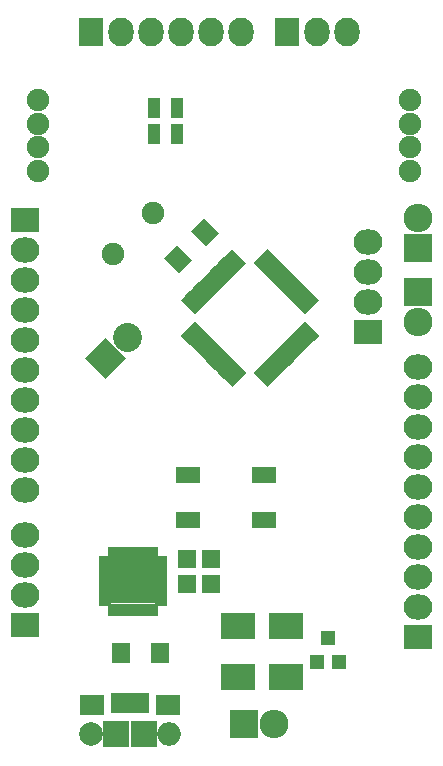
<source format=gbr>
G04 #@! TF.FileFunction,Soldermask,Top*
%FSLAX46Y46*%
G04 Gerber Fmt 4.6, Leading zero omitted, Abs format (unit mm)*
G04 Created by KiCad (PCBNEW 4.0.1-2.201512121406+6195~38~ubuntu14.04.1-stable) date Sun 27 Dec 2015 07:04:44 PM CET*
%MOMM*%
G01*
G04 APERTURE LIST*
%ADD10C,0.100000*%
%ADD11R,2.899360X2.200860*%
%ADD12R,1.598880X1.598880*%
%ADD13R,1.550620X1.799540*%
%ADD14R,2.432000X2.127200*%
%ADD15O,2.432000X2.127200*%
%ADD16R,2.432000X2.432000*%
%ADD17O,2.432000X2.432000*%
%ADD18R,2.127200X2.432000*%
%ADD19O,2.127200X2.432000*%
%ADD20C,1.900000*%
%ADD21R,0.800000X1.750000*%
%ADD22R,2.000000X1.800000*%
%ADD23R,2.300000X2.300000*%
%ADD24C,2.000000*%
%ADD25O,2.000000X2.000000*%
%ADD26R,1.100000X0.650000*%
%ADD27R,0.650000X1.100000*%
%ADD28R,2.125000X2.125000*%
%ADD29R,1.200100X1.200100*%
%ADD30C,1.901140*%
%ADD31C,2.432000*%
%ADD32R,2.000000X1.400000*%
%ADD33R,1.100000X1.700000*%
G04 APERTURE END LIST*
D10*
D11*
X96807020Y-133350000D03*
X100804980Y-133350000D03*
X96807020Y-129032000D03*
X100804980Y-129032000D03*
D12*
X94521020Y-123317000D03*
X92422980Y-123317000D03*
X94521020Y-125476000D03*
X92422980Y-125476000D03*
D10*
G36*
X91599520Y-96789813D02*
X92871987Y-98062280D01*
X91775534Y-99158733D01*
X90503067Y-97886266D01*
X91599520Y-96789813D01*
X91599520Y-96789813D01*
G37*
G36*
X93898466Y-94490867D02*
X95170933Y-95763334D01*
X94074480Y-96859787D01*
X92802013Y-95587320D01*
X93898466Y-94490867D01*
X93898466Y-94490867D01*
G37*
D13*
X90144600Y-131318000D03*
X86893400Y-131318000D03*
D14*
X112014000Y-129921000D03*
D15*
X112014000Y-127381000D03*
X112014000Y-124841000D03*
X112014000Y-122301000D03*
X112014000Y-119761000D03*
X112014000Y-117221000D03*
X112014000Y-114681000D03*
X112014000Y-112141000D03*
X112014000Y-109601000D03*
X112014000Y-107061000D03*
D14*
X78740000Y-94615000D03*
D15*
X78740000Y-97155000D03*
X78740000Y-99695000D03*
X78740000Y-102235000D03*
X78740000Y-104775000D03*
X78740000Y-107315000D03*
X78740000Y-109855000D03*
X78740000Y-112395000D03*
X78740000Y-114935000D03*
X78740000Y-117475000D03*
D14*
X107746800Y-104165400D03*
D15*
X107746800Y-101625400D03*
X107746800Y-99085400D03*
X107746800Y-96545400D03*
D16*
X112014000Y-100711000D03*
D17*
X112014000Y-103251000D03*
D14*
X78740000Y-128905000D03*
D15*
X78740000Y-126365000D03*
X78740000Y-123825000D03*
X78740000Y-121285000D03*
D16*
X112014000Y-97028000D03*
D17*
X112014000Y-94488000D03*
D18*
X84328000Y-78740000D03*
D19*
X86868000Y-78740000D03*
X89408000Y-78740000D03*
X91948000Y-78740000D03*
X94488000Y-78740000D03*
X97028000Y-78740000D03*
D20*
X111379000Y-90501000D03*
X111379000Y-88501000D03*
X111379000Y-86501000D03*
X111379000Y-84501000D03*
X79883000Y-84505000D03*
X79883000Y-86505000D03*
X79883000Y-88505000D03*
X79883000Y-90505000D03*
D18*
X100965000Y-78740000D03*
D19*
X103505000Y-78740000D03*
X106045000Y-78740000D03*
D21*
X86330000Y-135526000D03*
X88280000Y-135526000D03*
X87630000Y-135526000D03*
X86980000Y-135526000D03*
X88930000Y-135526000D03*
D22*
X84430000Y-135726000D03*
X90830000Y-135726000D03*
D23*
X86430000Y-138176000D03*
X88830000Y-138176000D03*
D24*
X84330000Y-138176000D03*
D25*
X90930000Y-138176000D03*
D16*
X97282000Y-137287000D03*
D17*
X99822000Y-137287000D03*
D10*
G36*
X95827779Y-97529111D02*
X96287398Y-97069492D01*
X97489479Y-98271573D01*
X97029860Y-98731192D01*
X95827779Y-97529111D01*
X95827779Y-97529111D01*
G37*
G36*
X95474226Y-97882664D02*
X95933845Y-97423045D01*
X97135926Y-98625126D01*
X96676307Y-99084745D01*
X95474226Y-97882664D01*
X95474226Y-97882664D01*
G37*
G36*
X95120672Y-98236218D02*
X95580291Y-97776599D01*
X96782372Y-98978680D01*
X96322753Y-99438299D01*
X95120672Y-98236218D01*
X95120672Y-98236218D01*
G37*
G36*
X94767119Y-98589771D02*
X95226738Y-98130152D01*
X96428819Y-99332233D01*
X95969200Y-99791852D01*
X94767119Y-98589771D01*
X94767119Y-98589771D01*
G37*
G36*
X94413566Y-98943324D02*
X94873185Y-98483705D01*
X96075266Y-99685786D01*
X95615647Y-100145405D01*
X94413566Y-98943324D01*
X94413566Y-98943324D01*
G37*
G36*
X94060012Y-99296878D02*
X94519631Y-98837259D01*
X95721712Y-100039340D01*
X95262093Y-100498959D01*
X94060012Y-99296878D01*
X94060012Y-99296878D01*
G37*
G36*
X93706459Y-99650431D02*
X94166078Y-99190812D01*
X95368159Y-100392893D01*
X94908540Y-100852512D01*
X93706459Y-99650431D01*
X93706459Y-99650431D01*
G37*
G36*
X93352905Y-100003985D02*
X93812524Y-99544366D01*
X95014605Y-100746447D01*
X94554986Y-101206066D01*
X93352905Y-100003985D01*
X93352905Y-100003985D01*
G37*
G36*
X92999352Y-100357538D02*
X93458971Y-99897919D01*
X94661052Y-101100000D01*
X94201433Y-101559619D01*
X92999352Y-100357538D01*
X92999352Y-100357538D01*
G37*
G36*
X92645799Y-100711091D02*
X93105418Y-100251472D01*
X94307499Y-101453553D01*
X93847880Y-101913172D01*
X92645799Y-100711091D01*
X92645799Y-100711091D01*
G37*
G36*
X92292245Y-101064645D02*
X92751864Y-100605026D01*
X93953945Y-101807107D01*
X93494326Y-102266726D01*
X92292245Y-101064645D01*
X92292245Y-101064645D01*
G37*
G36*
X91938692Y-101418198D02*
X92398311Y-100958579D01*
X93600392Y-102160660D01*
X93140773Y-102620279D01*
X91938692Y-101418198D01*
X91938692Y-101418198D01*
G37*
G36*
X92398311Y-104883021D02*
X91938692Y-104423402D01*
X93140773Y-103221321D01*
X93600392Y-103680940D01*
X92398311Y-104883021D01*
X92398311Y-104883021D01*
G37*
G36*
X92751864Y-105236574D02*
X92292245Y-104776955D01*
X93494326Y-103574874D01*
X93953945Y-104034493D01*
X92751864Y-105236574D01*
X92751864Y-105236574D01*
G37*
G36*
X93105418Y-105590128D02*
X92645799Y-105130509D01*
X93847880Y-103928428D01*
X94307499Y-104388047D01*
X93105418Y-105590128D01*
X93105418Y-105590128D01*
G37*
G36*
X93458971Y-105943681D02*
X92999352Y-105484062D01*
X94201433Y-104281981D01*
X94661052Y-104741600D01*
X93458971Y-105943681D01*
X93458971Y-105943681D01*
G37*
G36*
X93812524Y-106297234D02*
X93352905Y-105837615D01*
X94554986Y-104635534D01*
X95014605Y-105095153D01*
X93812524Y-106297234D01*
X93812524Y-106297234D01*
G37*
G36*
X94166078Y-106650788D02*
X93706459Y-106191169D01*
X94908540Y-104989088D01*
X95368159Y-105448707D01*
X94166078Y-106650788D01*
X94166078Y-106650788D01*
G37*
G36*
X94519631Y-107004341D02*
X94060012Y-106544722D01*
X95262093Y-105342641D01*
X95721712Y-105802260D01*
X94519631Y-107004341D01*
X94519631Y-107004341D01*
G37*
G36*
X94873185Y-107357895D02*
X94413566Y-106898276D01*
X95615647Y-105696195D01*
X96075266Y-106155814D01*
X94873185Y-107357895D01*
X94873185Y-107357895D01*
G37*
G36*
X95226738Y-107711448D02*
X94767119Y-107251829D01*
X95969200Y-106049748D01*
X96428819Y-106509367D01*
X95226738Y-107711448D01*
X95226738Y-107711448D01*
G37*
G36*
X95580291Y-108065001D02*
X95120672Y-107605382D01*
X96322753Y-106403301D01*
X96782372Y-106862920D01*
X95580291Y-108065001D01*
X95580291Y-108065001D01*
G37*
G36*
X95933845Y-108418555D02*
X95474226Y-107958936D01*
X96676307Y-106756855D01*
X97135926Y-107216474D01*
X95933845Y-108418555D01*
X95933845Y-108418555D01*
G37*
G36*
X96287398Y-108772108D02*
X95827779Y-108312489D01*
X97029860Y-107110408D01*
X97489479Y-107570027D01*
X96287398Y-108772108D01*
X96287398Y-108772108D01*
G37*
G36*
X98090521Y-107570027D02*
X98550140Y-107110408D01*
X99752221Y-108312489D01*
X99292602Y-108772108D01*
X98090521Y-107570027D01*
X98090521Y-107570027D01*
G37*
G36*
X98444074Y-107216474D02*
X98903693Y-106756855D01*
X100105774Y-107958936D01*
X99646155Y-108418555D01*
X98444074Y-107216474D01*
X98444074Y-107216474D01*
G37*
G36*
X98797628Y-106862920D02*
X99257247Y-106403301D01*
X100459328Y-107605382D01*
X99999709Y-108065001D01*
X98797628Y-106862920D01*
X98797628Y-106862920D01*
G37*
G36*
X99151181Y-106509367D02*
X99610800Y-106049748D01*
X100812881Y-107251829D01*
X100353262Y-107711448D01*
X99151181Y-106509367D01*
X99151181Y-106509367D01*
G37*
G36*
X99504734Y-106155814D02*
X99964353Y-105696195D01*
X101166434Y-106898276D01*
X100706815Y-107357895D01*
X99504734Y-106155814D01*
X99504734Y-106155814D01*
G37*
G36*
X99858288Y-105802260D02*
X100317907Y-105342641D01*
X101519988Y-106544722D01*
X101060369Y-107004341D01*
X99858288Y-105802260D01*
X99858288Y-105802260D01*
G37*
G36*
X100211841Y-105448707D02*
X100671460Y-104989088D01*
X101873541Y-106191169D01*
X101413922Y-106650788D01*
X100211841Y-105448707D01*
X100211841Y-105448707D01*
G37*
G36*
X100565395Y-105095153D02*
X101025014Y-104635534D01*
X102227095Y-105837615D01*
X101767476Y-106297234D01*
X100565395Y-105095153D01*
X100565395Y-105095153D01*
G37*
G36*
X100918948Y-104741600D02*
X101378567Y-104281981D01*
X102580648Y-105484062D01*
X102121029Y-105943681D01*
X100918948Y-104741600D01*
X100918948Y-104741600D01*
G37*
G36*
X101272501Y-104388047D02*
X101732120Y-103928428D01*
X102934201Y-105130509D01*
X102474582Y-105590128D01*
X101272501Y-104388047D01*
X101272501Y-104388047D01*
G37*
G36*
X101626055Y-104034493D02*
X102085674Y-103574874D01*
X103287755Y-104776955D01*
X102828136Y-105236574D01*
X101626055Y-104034493D01*
X101626055Y-104034493D01*
G37*
G36*
X101979608Y-103680940D02*
X102439227Y-103221321D01*
X103641308Y-104423402D01*
X103181689Y-104883021D01*
X101979608Y-103680940D01*
X101979608Y-103680940D01*
G37*
G36*
X102439227Y-102620279D02*
X101979608Y-102160660D01*
X103181689Y-100958579D01*
X103641308Y-101418198D01*
X102439227Y-102620279D01*
X102439227Y-102620279D01*
G37*
G36*
X102085674Y-102266726D02*
X101626055Y-101807107D01*
X102828136Y-100605026D01*
X103287755Y-101064645D01*
X102085674Y-102266726D01*
X102085674Y-102266726D01*
G37*
G36*
X101732120Y-101913172D02*
X101272501Y-101453553D01*
X102474582Y-100251472D01*
X102934201Y-100711091D01*
X101732120Y-101913172D01*
X101732120Y-101913172D01*
G37*
G36*
X101378567Y-101559619D02*
X100918948Y-101100000D01*
X102121029Y-99897919D01*
X102580648Y-100357538D01*
X101378567Y-101559619D01*
X101378567Y-101559619D01*
G37*
G36*
X101025014Y-101206066D02*
X100565395Y-100746447D01*
X101767476Y-99544366D01*
X102227095Y-100003985D01*
X101025014Y-101206066D01*
X101025014Y-101206066D01*
G37*
G36*
X100671460Y-100852512D02*
X100211841Y-100392893D01*
X101413922Y-99190812D01*
X101873541Y-99650431D01*
X100671460Y-100852512D01*
X100671460Y-100852512D01*
G37*
G36*
X100317907Y-100498959D02*
X99858288Y-100039340D01*
X101060369Y-98837259D01*
X101519988Y-99296878D01*
X100317907Y-100498959D01*
X100317907Y-100498959D01*
G37*
G36*
X99964353Y-100145405D02*
X99504734Y-99685786D01*
X100706815Y-98483705D01*
X101166434Y-98943324D01*
X99964353Y-100145405D01*
X99964353Y-100145405D01*
G37*
G36*
X99610800Y-99791852D02*
X99151181Y-99332233D01*
X100353262Y-98130152D01*
X100812881Y-98589771D01*
X99610800Y-99791852D01*
X99610800Y-99791852D01*
G37*
G36*
X99257247Y-99438299D02*
X98797628Y-98978680D01*
X99999709Y-97776599D01*
X100459328Y-98236218D01*
X99257247Y-99438299D01*
X99257247Y-99438299D01*
G37*
G36*
X98903693Y-99084745D02*
X98444074Y-98625126D01*
X99646155Y-97423045D01*
X100105774Y-97882664D01*
X98903693Y-99084745D01*
X98903693Y-99084745D01*
G37*
G36*
X98550140Y-98731192D02*
X98090521Y-98271573D01*
X99292602Y-97069492D01*
X99752221Y-97529111D01*
X98550140Y-98731192D01*
X98550140Y-98731192D01*
G37*
D26*
X85484000Y-123472000D03*
X85484000Y-123972000D03*
X85484000Y-124472000D03*
X85484000Y-124972000D03*
X85484000Y-125472000D03*
X85484000Y-125972000D03*
X85484000Y-126472000D03*
X85484000Y-126972000D03*
D27*
X86134000Y-127622000D03*
X86634000Y-127622000D03*
X87134000Y-127622000D03*
X87634000Y-127622000D03*
X88134000Y-127622000D03*
X88634000Y-127622000D03*
X89134000Y-127622000D03*
X89634000Y-127622000D03*
D26*
X90284000Y-126972000D03*
X90284000Y-126472000D03*
X90284000Y-125972000D03*
X90284000Y-125472000D03*
X90284000Y-124972000D03*
X90284000Y-124472000D03*
X90284000Y-123972000D03*
X90284000Y-123472000D03*
D27*
X89634000Y-122822000D03*
X89134000Y-122822000D03*
X88634000Y-122822000D03*
X88134000Y-122822000D03*
X87634000Y-122822000D03*
X87134000Y-122822000D03*
X86634000Y-122822000D03*
X86134000Y-122822000D03*
D28*
X88746500Y-126084500D03*
X88746500Y-124359500D03*
X87021500Y-126084500D03*
X87021500Y-124359500D03*
D29*
X103444000Y-132064760D03*
X105344000Y-132064760D03*
X104394000Y-130065780D03*
D30*
X89610005Y-94082795D03*
X86157995Y-97534805D03*
D10*
G36*
X87292284Y-106349800D02*
X85572600Y-108069484D01*
X83852916Y-106349800D01*
X85572600Y-104630116D01*
X87292284Y-106349800D01*
X87292284Y-106349800D01*
G37*
D31*
X87368651Y-104553749D02*
X87368651Y-104553749D01*
D32*
X92558000Y-116210000D03*
X98958000Y-116210000D03*
X92558000Y-120010000D03*
X98958000Y-120010000D03*
D33*
X89677200Y-87325200D03*
X91577200Y-87325200D03*
X89677200Y-85166200D03*
X91577200Y-85166200D03*
M02*

</source>
